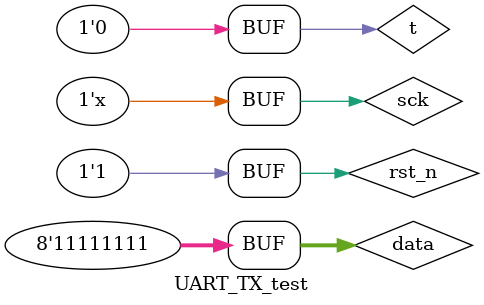
<source format=v>

`timescale 1ns / 1ps

module UART_TX_test;

	reg sck;
	reg rst_n;
	reg t;
	reg [7 : 0] data;
	wire TX;
	wire [9 : 0]buff_test;
	wire [1 : 0] state_test;
	wire [9 : 0] next_buff_test;
	
	UART_TX DUT
		(
			.sck(sck),
			.rst_n (rst_n),
			.t (t),
			.data (data),
			.TX(TX),
			.buff_test(buff_test),
			.state_test(state_test),
			.next_buff_test(next_buff_test)
		);
		
	initial
		begin
			sck = 0;
			rst_n = 0; t = 0; data = 8'b11001011; #60;
			t = 1; #30;
			rst_n = 1; # 80;
			rst_n = 0; # 80;
			rst_n = 1; t = 0; data = 8'b10101101; #80;
			t = 1; #5;
			t = 0; #200;
			t = 1; #20;
			t = 0; #200;
			data = 8'b11111111; #35;
			t = 1; #20;
			t = 0; #20;
			
			end
		
	always #10 sck = ~sck;
	
endmodule // UART_TX_test
</source>
